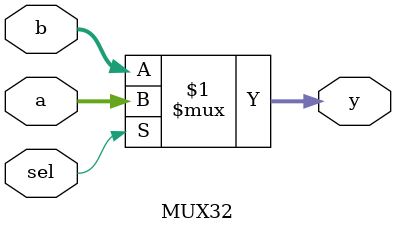
<source format=v>

module MUX32 (a, b, sel, y);
	input [31:0] a, b;
	input sel;
	
	output [31:0] y;
	
	assign y = sel ? a : b; //if sel == 1, choose a, else b;
endmodule
</source>
